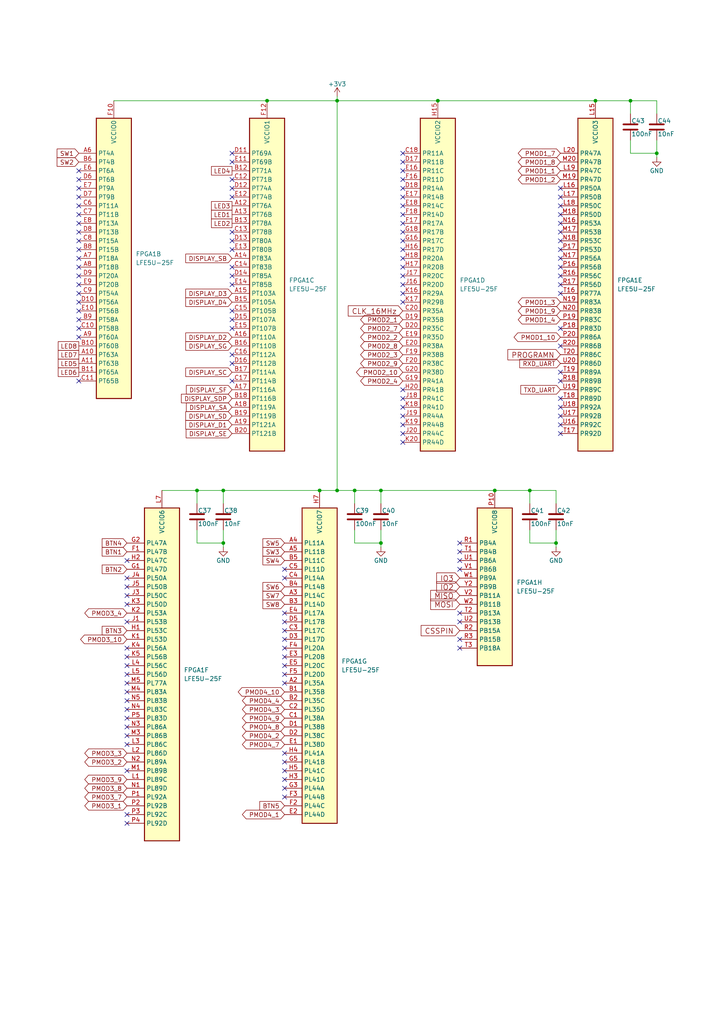
<source format=kicad_sch>
(kicad_sch (version 20231120) (generator "eeschema") (generator_version "8.0")
  (paper "A4" portrait)
  (junction (at 97.79 29.21))
  (junction (at 110.49 157.48))
  (junction (at 64.77 157.48))
  (junction (at 143.51 142.24))
  (junction (at 182.88 29.21))
  (junction (at 97.79 142.24))
  (junction (at 64.77 142.24))
  (junction (at 77.47 29.21))
  (junction (at 172.72 29.21))
  (junction (at 57.15 142.24))
  (junction (at 127 29.21))
  (junction (at 190.5 44.45))
  (junction (at 110.49 142.24))
  (junction (at 92.71 142.24))
  (junction (at 161.29 157.48))
  (junction (at 102.87 142.24))
  (junction (at 153.67 142.24))
  (no_connect (at 162.56 80.01))
  (no_connect (at 116.84 67.31))
  (no_connect (at 162.56 107.95))
  (no_connect (at 162.56 120.65))
  (no_connect (at 116.84 49.53))
  (no_connect (at 67.31 46.99))
  (no_connect (at 116.84 80.01))
  (no_connect (at 162.56 67.31))
  (no_connect (at 22.86 97.79))
  (no_connect (at 162.56 57.15))
  (no_connect (at 82.55 187.96))
  (no_connect (at 22.86 90.17))
  (no_connect (at 36.83 180.34))
  (no_connect (at 36.83 215.9))
  (no_connect (at 22.86 77.47))
  (no_connect (at 162.56 100.33))
  (no_connect (at 133.35 180.34))
  (no_connect (at 36.83 205.74))
  (no_connect (at 22.86 52.07))
  (no_connect (at 22.86 82.55))
  (no_connect (at 22.86 57.15))
  (no_connect (at 82.55 231.14))
  (no_connect (at 116.84 74.93))
  (no_connect (at 36.83 213.36))
  (no_connect (at 82.55 198.12))
  (no_connect (at 133.35 177.8))
  (no_connect (at 116.84 113.03))
  (no_connect (at 22.86 54.61))
  (no_connect (at 162.56 72.39))
  (no_connect (at 36.83 238.76))
  (no_connect (at 116.84 69.85))
  (no_connect (at 116.84 125.73))
  (no_connect (at 22.86 92.71))
  (no_connect (at 36.83 175.26))
  (no_connect (at 162.56 115.57))
  (no_connect (at 22.86 72.39))
  (no_connect (at 22.86 95.25))
  (no_connect (at 36.83 193.04))
  (no_connect (at 162.56 59.69))
  (no_connect (at 162.56 95.25))
  (no_connect (at 36.83 162.56))
  (no_connect (at 116.84 64.77))
  (no_connect (at 162.56 110.49))
  (no_connect (at 22.86 67.31))
  (no_connect (at 82.55 165.1))
  (no_connect (at 67.31 102.87))
  (no_connect (at 67.31 95.25))
  (no_connect (at 36.83 187.96))
  (no_connect (at 162.56 74.93))
  (no_connect (at 116.84 87.63))
  (no_connect (at 67.31 105.41))
  (no_connect (at 116.84 52.07))
  (no_connect (at 82.55 220.98))
  (no_connect (at 36.83 167.64))
  (no_connect (at 162.56 77.47))
  (no_connect (at 36.83 200.66))
  (no_connect (at 82.55 195.58))
  (no_connect (at 22.86 69.85))
  (no_connect (at 133.35 187.96))
  (no_connect (at 116.84 123.19))
  (no_connect (at 82.55 223.52))
  (no_connect (at 82.55 218.44))
  (no_connect (at 22.86 85.09))
  (no_connect (at 162.56 64.77))
  (no_connect (at 133.35 185.42))
  (no_connect (at 22.86 80.01))
  (no_connect (at 116.84 46.99))
  (no_connect (at 82.55 180.34))
  (no_connect (at 22.86 110.49))
  (no_connect (at 133.35 162.56))
  (no_connect (at 162.56 85.09))
  (no_connect (at 116.84 82.55))
  (no_connect (at 82.55 228.6))
  (no_connect (at 67.31 110.49))
  (no_connect (at 22.86 87.63))
  (no_connect (at 116.84 54.61))
  (no_connect (at 22.86 64.77))
  (no_connect (at 36.83 208.28))
  (no_connect (at 67.31 67.31))
  (no_connect (at 67.31 72.39))
  (no_connect (at 22.86 59.69))
  (no_connect (at 162.56 82.55))
  (no_connect (at 162.56 62.23))
  (no_connect (at 116.84 115.57))
  (no_connect (at 116.84 118.11))
  (no_connect (at 36.83 198.12))
  (no_connect (at 36.83 236.22))
  (no_connect (at 116.84 128.27))
  (no_connect (at 22.86 62.23))
  (no_connect (at 67.31 92.71))
  (no_connect (at 116.84 120.65))
  (no_connect (at 82.55 177.8))
  (no_connect (at 162.56 123.19))
  (no_connect (at 82.55 185.42))
  (no_connect (at 162.56 125.73))
  (no_connect (at 116.84 85.09))
  (no_connect (at 82.55 190.5))
  (no_connect (at 36.83 170.18))
  (no_connect (at 116.84 72.39))
  (no_connect (at 133.35 157.48))
  (no_connect (at 22.86 74.93))
  (no_connect (at 67.31 52.07))
  (no_connect (at 67.31 57.15))
  (no_connect (at 67.31 54.61))
  (no_connect (at 162.56 54.61))
  (no_connect (at 162.56 118.11))
  (no_connect (at 67.31 80.01))
  (no_connect (at 116.84 44.45))
  (no_connect (at 36.83 223.52))
  (no_connect (at 67.31 90.17))
  (no_connect (at 36.83 195.58))
  (no_connect (at 82.55 182.88))
  (no_connect (at 36.83 190.5))
  (no_connect (at 36.83 203.2))
  (no_connect (at 82.55 226.06))
  (no_connect (at 116.84 57.15))
  (no_connect (at 82.55 167.64))
  (no_connect (at 67.31 77.47))
  (no_connect (at 82.55 193.04))
  (no_connect (at 133.35 165.1))
  (no_connect (at 67.31 44.45))
  (no_connect (at 67.31 69.85))
  (no_connect (at 36.83 172.72))
  (no_connect (at 133.35 160.02))
  (no_connect (at 22.86 49.53))
  (no_connect (at 116.84 62.23))
  (no_connect (at 162.56 69.85))
  (no_connect (at 116.84 59.69))
  (no_connect (at 67.31 82.55))
  (no_connect (at 116.84 77.47))
  (no_connect (at 36.83 210.82))
  (wire (pts (xy 57.15 153.67) (xy 57.15 157.48)))
  (wire (pts (xy 46.99 142.24) (xy 57.15 142.24)))
  (wire (pts (xy 57.15 142.24) (xy 64.77 142.24)))
  (wire (pts (xy 97.79 29.21) (xy 127 29.21)))
  (wire (pts (xy 110.49 157.48) (xy 110.49 158.75)))
  (wire (pts (xy 97.79 29.21) (xy 97.79 142.24)))
  (wire (pts (xy 77.47 29.21) (xy 97.79 29.21)))
  (wire (pts (xy 102.87 142.24) (xy 110.49 142.24)))
  (wire (pts (xy 153.67 153.67) (xy 153.67 157.48)))
  (wire (pts (xy 153.67 157.48) (xy 161.29 157.48)))
  (wire (pts (xy 102.87 153.67) (xy 102.87 157.48)))
  (wire (pts (xy 33.02 29.21) (xy 77.47 29.21)))
  (wire (pts (xy 182.88 40.64) (xy 182.88 44.45)))
  (wire (pts (xy 190.5 29.21) (xy 190.5 33.02)))
  (wire (pts (xy 92.71 142.24) (xy 97.79 142.24)))
  (wire (pts (xy 161.29 157.48) (xy 161.29 158.75)))
  (wire (pts (xy 110.49 142.24) (xy 110.49 146.05)))
  (wire (pts (xy 153.67 142.24) (xy 153.67 146.05)))
  (wire (pts (xy 102.87 157.48) (xy 110.49 157.48)))
  (wire (pts (xy 153.67 142.24) (xy 161.29 142.24)))
  (wire (pts (xy 64.77 157.48) (xy 64.77 158.75)))
  (wire (pts (xy 190.5 40.64) (xy 190.5 44.45)))
  (wire (pts (xy 190.5 44.45) (xy 190.5 45.72)))
  (wire (pts (xy 64.77 153.67) (xy 64.77 157.48)))
  (wire (pts (xy 110.49 142.24) (xy 143.51 142.24)))
  (wire (pts (xy 182.88 44.45) (xy 190.5 44.45)))
  (wire (pts (xy 161.29 153.67) (xy 161.29 157.48)))
  (wire (pts (xy 97.79 27.94) (xy 97.79 29.21)))
  (wire (pts (xy 102.87 142.24) (xy 102.87 146.05)))
  (wire (pts (xy 190.5 29.21) (xy 182.88 29.21)))
  (wire (pts (xy 102.87 142.24) (xy 97.79 142.24)))
  (wire (pts (xy 182.88 29.21) (xy 182.88 33.02)))
  (wire (pts (xy 127 29.21) (xy 172.72 29.21)))
  (wire (pts (xy 110.49 153.67) (xy 110.49 157.48)))
  (wire (pts (xy 143.51 142.24) (xy 153.67 142.24)))
  (wire (pts (xy 57.15 157.48) (xy 64.77 157.48)))
  (wire (pts (xy 64.77 142.24) (xy 92.71 142.24)))
  (wire (pts (xy 172.72 29.21) (xy 182.88 29.21)))
  (wire (pts (xy 64.77 142.24) (xy 64.77 146.05)))
  (wire (pts (xy 161.29 142.24) (xy 161.29 146.05)))
  (wire (pts (xy 57.15 142.24) (xy 57.15 146.05)))
  (global_label "SW8" (shape input) (at 82.55 175.26 180) (property "Intersheetrefs" "${INTERSHEET_REFS}" (effects (hide yes))))
  (global_label "LED5" (shape passive) (at 22.86 105.41 180) (property "Intersheetrefs" "${INTERSHEET_REFS}" (effects (hide yes))))
  (global_label "DISPLAY_D2" (shape input) (at 67.31 97.79 180) (property "Intersheetrefs" "${INTERSHEET_REFS}" (effects (hide yes))))
  (global_label "PMOD3_4" (shape bidirectional) (at 36.83 177.8 180) (property "Intersheetrefs" "${INTERSHEET_REFS}" (effects (hide yes))))
  (global_label "DISPLAY_SDP" (shape input) (at 67.31 115.57 180) (property "Intersheetrefs" "${INTERSHEET_REFS}" (effects (hide yes))))
  (global_label "BTN5" (shape input) (at 82.55 233.68 180) (property "Intersheetrefs" "${INTERSHEET_REFS}" (effects (hide yes))))
  (global_label "PMOD2_1" (shape bidirectional) (at 116.84 92.71 180) (property "Intersheetrefs" "${INTERSHEET_REFS}" (effects (hide yes))))
  (global_label "PMOD4_8" (shape bidirectional) (at 82.55 210.82 180) (property "Intersheetrefs" "${INTERSHEET_REFS}" (effects (hide yes))))
  (global_label "PMOD3_7" (shape bidirectional) (at 36.83 231.14 180) (property "Intersheetrefs" "${INTERSHEET_REFS}" (effects (hide yes))))
  (global_label "PMOD3_1" (shape bidirectional) (at 36.83 233.68 180) (property "Intersheetrefs" "${INTERSHEET_REFS}" (effects (hide yes))))
  (global_label "PMOD3_9" (shape bidirectional) (at 36.83 226.06 180) (property "Intersheetrefs" "${INTERSHEET_REFS}" (effects (hide yes))))
  (global_label "PROGRAMN" (shape input) (at 162.56 102.87 180) (effects (font (size 1.524 1.524))) (property "Intersheetrefs" "${INTERSHEET_REFS}" (effects (hide yes))))
  (global_label "PMOD3_3" (shape bidirectional) (at 36.83 218.44 180) (property "Intersheetrefs" "${INTERSHEET_REFS}" (effects (hide yes))))
  (global_label "IO2" (shape input) (at 133.35 170.18 180) (effects (font (size 1.524 1.524))) (property "Intersheetrefs" "${INTERSHEET_REFS}" (effects (hide yes))))
  (global_label "PMOD2_9" (shape bidirectional) (at 116.84 105.41 180) (property "Intersheetrefs" "${INTERSHEET_REFS}" (effects (hide yes))))
  (global_label "RXD_UART" (shape input) (at 162.56 105.41 180) (property "Intersheetrefs" "${INTERSHEET_REFS}" (effects (hide yes))))
  (global_label "PMOD4_7" (shape bidirectional) (at 82.55 215.9 180) (property "Intersheetrefs" "${INTERSHEET_REFS}" (effects (hide yes))))
  (global_label "PMOD3_10" (shape bidirectional) (at 36.83 185.42 180) (property "Intersheetrefs" "${INTERSHEET_REFS}" (effects (hide yes))))
  (global_label "MISO" (shape input) (at 133.35 172.72 180) (effects (font (size 1.524 1.524))) (property "Intersheetrefs" "${INTERSHEET_REFS}" (effects (hide yes))))
  (global_label "PMOD2_4" (shape bidirectional) (at 116.84 110.49 180) (property "Intersheetrefs" "${INTERSHEET_REFS}" (effects (hide yes))))
  (global_label "BTN2" (shape input) (at 36.83 165.1 180) (property "Intersheetrefs" "${INTERSHEET_REFS}" (effects (hide yes))))
  (global_label "PMOD2_8" (shape bidirectional) (at 116.84 100.33 180) (property "Intersheetrefs" "${INTERSHEET_REFS}" (effects (hide yes))))
  (global_label "CSSPIN" (shape input) (at 133.35 182.88 180) (effects (font (size 1.524 1.524))) (property "Intersheetrefs" "${INTERSHEET_REFS}" (effects (hide yes))))
  (global_label "BTN3" (shape input) (at 36.83 182.88 180) (property "Intersheetrefs" "${INTERSHEET_REFS}" (effects (hide yes))))
  (global_label "LED7" (shape passive) (at 22.86 102.87 180) (property "Intersheetrefs" "${INTERSHEET_REFS}" (effects (hide yes))))
  (global_label "LED4" (shape passive) (at 67.31 49.53 180) (property "Intersheetrefs" "${INTERSHEET_REFS}" (effects (hide yes))))
  (global_label "PMOD2_10" (shape bidirectional) (at 116.84 107.95 180) (property "Intersheetrefs" "${INTERSHEET_REFS}" (effects (hide yes))))
  (global_label "PMOD1_9" (shape bidirectional) (at 162.56 90.17 180) (property "Intersheetrefs" "${INTERSHEET_REFS}" (effects (hide yes))))
  (global_label "PMOD4_9" (shape bidirectional) (at 82.55 208.28 180) (property "Intersheetrefs" "${INTERSHEET_REFS}" (effects (hide yes))))
  (global_label "LED3" (shape passive) (at 67.31 59.69 180) (property "Intersheetrefs" "${INTERSHEET_REFS}" (effects (hide yes))))
  (global_label "TXD_UART" (shape input) (at 162.56 113.03 180) (property "Intersheetrefs" "${INTERSHEET_REFS}" (effects (hide yes))))
  (global_label "PMOD3_2" (shape bidirectional) (at 36.83 220.98 180) (property "Intersheetrefs" "${INTERSHEET_REFS}" (effects (hide yes))))
  (global_label "PMOD4_3" (shape bidirectional) (at 82.55 205.74 180) (property "Intersheetrefs" "${INTERSHEET_REFS}" (effects (hide yes))))
  (global_label "PMOD1_7" (shape bidirectional) (at 162.56 44.45 180) (property "Intersheetrefs" "${INTERSHEET_REFS}" (effects (hide yes))))
  (global_label "DISPLAY_SG" (shape input) (at 67.31 100.33 180) (property "Intersheetrefs" "${INTERSHEET_REFS}" (effects (hide yes))))
  (global_label "PMOD1_4" (shape bidirectional) (at 162.56 92.71 180) (property "Intersheetrefs" "${INTERSHEET_REFS}" (effects (hide yes))))
  (global_label "DISPLAY_SD" (shape input) (at 67.31 120.65 180) (property "Intersheetrefs" "${INTERSHEET_REFS}" (effects (hide yes))))
  (global_label "SW3" (shape input) (at 82.55 160.02 180) (property "Intersheetrefs" "${INTERSHEET_REFS}" (effects (hide yes))))
  (global_label "PMOD1_8" (shape bidirectional) (at 162.56 46.99 180) (property "Intersheetrefs" "${INTERSHEET_REFS}" (effects (hide yes))))
  (global_label "PMOD1_3" (shape bidirectional) (at 162.56 87.63 180) (property "Intersheetrefs" "${INTERSHEET_REFS}" (effects (hide yes))))
  (global_label "LED8" (shape passive) (at 22.86 100.33 180) (property "Intersheetrefs" "${INTERSHEET_REFS}" (effects (hide yes))))
  (global_label "PMOD2_3" (shape bidirectional) (at 116.84 102.87 180) (property "Intersheetrefs" "${INTERSHEET_REFS}" (effects (hide yes))))
  (global_label "IO3" (shape input) (at 133.35 167.64 180) (effects (font (size 1.524 1.524))) (property "Intersheetrefs" "${INTERSHEET_REFS}" (effects (hide yes))))
  (global_label "DISPLAY_SA" (shape input) (at 67.31 118.11 180) (property "Intersheetrefs" "${INTERSHEET_REFS}" (effects (hide yes))))
  (global_label "PMOD4_2" (shape bidirectional) (at 82.55 213.36 180) (property "Intersheetrefs" "${INTERSHEET_REFS}" (effects (hide yes))))
  (global_label "SW7" (shape input) (at 82.55 172.72 180) (property "Intersheetrefs" "${INTERSHEET_REFS}" (effects (hide yes))))
  (global_label "BTN1" (shape input) (at 36.83 160.02 180) (property "Intersheetrefs" "${INTERSHEET_REFS}" (effects (hide yes))))
  (global_label "DISPLAY_SF" (shape input) (at 67.31 113.03 180) (property "Intersheetrefs" "${INTERSHEET_REFS}" (effects (hide yes))))
  (global_label "PMOD1_10" (shape bidirectional) (at 162.56 97.79 180) (property "Intersheetrefs" "${INTERSHEET_REFS}" (effects (hide yes))))
  (global_label "PMOD2_2" (shape bidirectional) (at 116.84 97.79 180) (property "Intersheetrefs" "${INTERSHEET_REFS}" (effects (hide yes))))
  (global_label "LED1" (shape passive) (at 67.31 62.23 180) (property "Intersheetrefs" "${INTERSHEET_REFS}" (effects (hide yes))))
  (global_label "PMOD1_1" (shape bidirectional) (at 162.56 49.53 180) (property "Intersheetrefs" "${INTERSHEET_REFS}" (effects (hide yes))))
  (global_label "DISPLAY_SE" (shape input) (at 67.31 125.73 180) (property "Intersheetrefs" "${INTERSHEET_REFS}" (effects (hide yes))))
  (global_label "PMOD1_2" (shape bidirectional) (at 162.56 52.07 180) (property "Intersheetrefs" "${INTERSHEET_REFS}" (effects (hide yes))))
  (global_label "SW5" (shape input) (at 82.55 157.48 180) (property "Intersheetrefs" "${INTERSHEET_REFS}" (effects (hide yes))))
  (global_label "SW6" (shape input) (at 82.55 170.18 180) (property "Intersheetrefs" "${INTERSHEET_REFS}" (effects (hide yes))))
  (global_label "PMOD4_10" (shape bidirectional) (at 82.55 200.66 180) (property "Intersheetrefs" "${INTERSHEET_REFS}" (effects (hide yes))))
  (global_label "LED6" (shape passive) (at 22.86 107.95 180) (property "Intersheetrefs" "${INTERSHEET_REFS}" (effects (hide yes))))
  (global_label "DISPLAY_SC" (shape input) (at 67.31 107.95 180) (property "Intersheetrefs" "${INTERSHEET_REFS}" (effects (hide yes))))
  (global_label "PMOD2_7" (shape bidirectional) (at 116.84 95.25 180) (property "Intersheetrefs" "${INTERSHEET_REFS}" (effects (hide yes))))
  (global_label "PMOD4_4" (shape bidirectional) (at 82.55 203.2 180) (property "Intersheetrefs" "${INTERSHEET_REFS}" (effects (hide yes))))
  (global_label "DISPLAY_SB" (shape input) (at 67.31 74.93 180) (property "Intersheetrefs" "${INTERSHEET_REFS}" (effects (hide yes))))
  (global_label "DISPLAY_D4" (shape input) (at 67.31 87.63 180) (property "Intersheetrefs" "${INTERSHEET_REFS}" (effects (hide yes))))
  (global_label "CLK_16MHz" (shape input) (at 116.84 90.17 180) (effects (font (size 1.524 1.524))) (property "Intersheetrefs" "${INTERSHEET_REFS}" (effects (hide yes))))
  (global_label "LED2" (shape passive) (at 67.31 64.77 180) (property "Intersheetrefs" "${INTERSHEET_REFS}" (effects (hide yes))))
  (global_label "DISPLAY_D1" (shape input) (at 67.31 123.19 180) (property "Intersheetrefs" "${INTERSHEET_REFS}" (effects (hide yes))))
  (global_label "DISPLAY_D3" (shape input) (at 67.31 85.09 180) (property "Intersheetrefs" "${INTERSHEET_REFS}" (effects (hide yes))))
  (global_label "SW1" (shape input) (at 22.86 44.45 180) (property "Intersheetrefs" "${INTERSHEET_REFS}" (effects (hide yes))))
  (global_label "SW2" (shape input) (at 22.86 46.99 180) (property "Intersheetrefs" "${INTERSHEET_REFS}" (effects (hide yes))))
  (global_label "PMOD4_1" (shape bidirectional) (at 82.55 236.22 180) (property "Intersheetrefs" "${INTERSHEET_REFS}" (effects (hide yes))))
  (global_label "SW4" (shape input) (at 82.55 162.56 180) (property "Intersheetrefs" "${INTERSHEET_REFS}" (effects (hide yes))))
  (global_label "PMOD3_8" (shape bidirectional) (at 36.83 228.6 180) (property "Intersheetrefs" "${INTERSHEET_REFS}" (effects (hide yes))))
  (global_label "BTN4" (shape input) (at 36.83 157.48 180) (property "Intersheetrefs" "${INTERSHEET_REFS}" (effects (hide yes))))
  (global_label "MOSI" (shape input) (at 133.35 175.26 180) (effects (font (size 1.524 1.524))) (property "Intersheetrefs" "${INTERSHEET_REFS}" (effects (hide yes))))
  (symbol (lib_id "Device:C") (at 64.77 149.86 0) (unit 1)
    (property "Reference" "C38" (at 65.024 148.082 0) (effects (justify left)))
    (property "Value" "10nF" (at 65.024 151.892 0) (effects (justify left)))
    (property "Footprint" "Capacitor_SMD:C_0402_1005Metric" (effects (hide yes)))
    (property "JLC" "0402" (effects (hide yes)))
    (property "LCSC" "C15195" (effects (hide yes)))
  )
  (symbol (lib_id "Device:C") (at 182.88 36.83 0) (unit 1)
    (property "Reference" "C43" (at 183.134 35.052 0) (effects (justify left)))
    (property "Value" "100nF" (at 183.134 38.862 0) (effects (justify left)))
    (property "Footprint" "Capacitor_SMD:C_0402_1005Metric" (effects (hide yes)))
    (property "JLC" "0402" (effects (hide yes)))
    (property "LCSC" "C1525" (effects (hide yes)))
  )
  (symbol (lib_id "FPGA_Lattice:LFE5U-85F-8BG381x") (at 77.47 82.55 0) (unit 3)
    (property "Reference" "FPGA1" (at 83.82 81.2799 0) (effects (justify left)))
    (property "Value" "LFE5U-25F" (at 83.82 83.8199 0) (effects (justify left)))
    (property "Footprint" "Package_BGA:Lattice_caBGA-381_17.0x17.0mm_Layout20x20_P0.8mm_Ball0.4mm_Pad0.4mm_NSMD" (effects (hide yes)))
    (property "Datasheet" "https://www.latticesemi.com/view_document?document_id=50461" (effects (hide yes)))
    (property "Description" "ECP5 FPGA, 84K LUTs, 1.2V, BGA-381" (effects (hide yes)))
    (property "JLC" "CABGA-381" (effects (hide yes)))
    (property "LCSC" "C1550939" (effects (hide yes)))
  )
  (symbol (lib_id "FPGA_Lattice:LFE5U-85F-8BG381x") (at 92.71 193.04 0) (unit 7)
    (property "Reference" "FPGA1" (at 99.06 191.7699 0) (effects (justify left)))
    (property "Value" "LFE5U-25F" (at 99.06 194.3099 0) (effects (justify left)))
    (property "Footprint" "Package_BGA:Lattice_caBGA-381_17.0x17.0mm_Layout20x20_P0.8mm_Ball0.4mm_Pad0.4mm_NSMD" (effects (hide yes)))
    (property "Datasheet" "https://www.latticesemi.com/view_document?document_id=50461" (effects (hide yes)))
    (property "Description" "ECP5 FPGA, 84K LUTs, 1.2V, BGA-381" (effects (hide yes)))
    (property "JLC" "CABGA-381" (effects (hide yes)))
    (property "LCSC" "C1550939" (effects (hide yes)))
  )
  (symbol (lib_id "FPGA_Lattice:LFE5U-85F-8BG381x") (at 46.99 195.58 0) (unit 6)
    (property "Reference" "FPGA1" (at 53.34 194.3099 0) (effects (justify left)))
    (property "Value" "LFE5U-25F" (at 53.34 196.8499 0) (effects (justify left)))
    (property "Footprint" "Package_BGA:Lattice_caBGA-381_17.0x17.0mm_Layout20x20_P0.8mm_Ball0.4mm_Pad0.4mm_NSMD" (effects (hide yes)))
    (property "Datasheet" "https://www.latticesemi.com/view_document?document_id=50461" (effects (hide yes)))
    (property "Description" "ECP5 FPGA, 84K LUTs, 1.2V, BGA-381" (effects (hide yes)))
    (property "JLC" "CABGA-381" (effects (hide yes)))
    (property "LCSC" "C1550939" (effects (hide yes)))
  )
  (symbol (lib_id "Device:C") (at 57.15 149.86 0) (unit 1)
    (property "Reference" "C37" (at 57.404 148.082 0) (effects (justify left)))
    (property "Value" "100nF" (at 57.404 151.892 0) (effects (justify left)))
    (property "Footprint" "Capacitor_SMD:C_0402_1005Metric" (effects (hide yes)))
    (property "JLC" "0402" (effects (hide yes)))
    (property "LCSC" "C1525" (effects (hide yes)))
  )
  (symbol (lib_id "FPGA_Lattice:LFE5U-85F-8BG381x") (at 127 82.55 0) (unit 4)
    (property "Reference" "FPGA1" (at 133.35 81.2799 0) (effects (justify left)))
    (property "Value" "LFE5U-25F" (at 133.35 83.8199 0) (effects (justify left)))
    (property "Footprint" "Package_BGA:Lattice_caBGA-381_17.0x17.0mm_Layout20x20_P0.8mm_Ball0.4mm_Pad0.4mm_NSMD" (effects (hide yes)))
    (property "Datasheet" "https://www.latticesemi.com/view_document?document_id=50461" (effects (hide yes)))
    (property "Description" "ECP5 FPGA, 84K LUTs, 1.2V, BGA-381" (effects (hide yes)))
    (property "JLC" "CABGA-381" (effects (hide yes)))
    (property "LCSC" "C1550939" (effects (hide yes)))
  )
  (symbol (lib_id "Device:C") (at 110.49 149.86 0) (unit 1)
    (property "Reference" "C40" (at 110.744 148.082 0) (effects (justify left)))
    (property "Value" "10nF" (at 110.744 151.892 0) (effects (justify left)))
    (property "Footprint" "Capacitor_SMD:C_0402_1005Metric" (effects (hide yes)))
    (property "JLC" "0402" (effects (hide yes)))
    (property "LCSC" "C15195" (effects (hide yes)))
  )
  (symbol (lib_id "power:GND") (at 161.29 158.75 0) (unit 1)
    (property "Reference" "#PWR068" (effects (hide yes)))
    (property "Value" "GND" (at 161.29 162.56 0))
  )
  (symbol (lib_id "power:+3V3") (at 97.79 27.94 0) (unit 1)
    (property "Reference" "#PWR066" (effects (hide yes)))
    (property "Value" "+3V3" (at 97.79 24.384 0))
  )
  (symbol (lib_id "power:GND") (at 110.49 158.75 0) (unit 1)
    (property "Reference" "#PWR067" (effects (hide yes)))
    (property "Value" "GND" (at 110.49 162.56 0))
  )
  (symbol (lib_id "power:GND") (at 64.77 158.75 0) (unit 1)
    (property "Reference" "#PWR065" (effects (hide yes)))
    (property "Value" "GND" (at 64.77 162.56 0))
  )
  (symbol (lib_id "power:GND") (at 190.5 45.72 0) (unit 1)
    (property "Reference" "#PWR069" (effects (hide yes)))
    (property "Value" "GND" (at 190.5 49.53 0))
  )
  (symbol (lib_id "Device:C") (at 153.67 149.86 0) (unit 1)
    (property "Reference" "C41" (at 153.924 148.082 0) (effects (justify left)))
    (property "Value" "100nF" (at 153.924 151.892 0) (effects (justify left)))
    (property "Footprint" "Capacitor_SMD:C_0402_1005Metric" (effects (hide yes)))
    (property "JLC" "0402" (effects (hide yes)))
    (property "LCSC" "C1525" (effects (hide yes)))
  )
  (symbol (lib_id "Device:C") (at 161.29 149.86 0) (unit 1)
    (property "Reference" "C42" (at 161.544 148.082 0) (effects (justify left)))
    (property "Value" "10nF" (at 161.544 151.892 0) (effects (justify left)))
    (property "Footprint" "Capacitor_SMD:C_0402_1005Metric" (effects (hide yes)))
    (property "JLC" "0402" (effects (hide yes)))
    (property "LCSC" "C15195" (effects (hide yes)))
  )
  (symbol (lib_id "Device:C") (at 102.87 149.86 0) (unit 1)
    (property "Reference" "C39" (at 103.124 148.082 0) (effects (justify left)))
    (property "Value" "100nF" (at 103.124 151.892 0) (effects (justify left)))
    (property "Footprint" "Capacitor_SMD:C_0402_1005Metric" (effects (hide yes)))
    (property "JLC" "0402" (effects (hide yes)))
    (property "LCSC" "C1525" (effects (hide yes)))
  )
  (symbol (lib_id "FPGA_Lattice:LFE5U-85F-8BG381x") (at 33.02 74.93 0) (unit 2)
    (property "Reference" "FPGA1" (at 39.37 73.6599 0) (effects (justify left)))
    (property "Value" "LFE5U-25F" (at 39.37 76.1999 0) (effects (justify left)))
    (property "Footprint" "Package_BGA:Lattice_caBGA-381_17.0x17.0mm_Layout20x20_P0.8mm_Ball0.4mm_Pad0.4mm_NSMD" (effects (hide yes)))
    (property "Datasheet" "https://www.latticesemi.com/view_document?document_id=50461" (effects (hide yes)))
    (property "Description" "ECP5 FPGA, 84K LUTs, 1.2V, BGA-381" (effects (hide yes)))
    (property "JLC" "CABGA-381" (effects (hide yes)))
    (property "LCSC" "C1550939" (effects (hide yes)))
  )
  (symbol (lib_id "FPGA_Lattice:LFE5U-85F-8BG381x") (at 172.72 82.55 0) (unit 5)
    (property "Reference" "FPGA1" (at 179.07 81.2799 0) (effects (justify left)))
    (property "Value" "LFE5U-25F" (at 179.07 83.8199 0) (effects (justify left)))
    (property "Footprint" "Package_BGA:Lattice_caBGA-381_17.0x17.0mm_Layout20x20_P0.8mm_Ball0.4mm_Pad0.4mm_NSMD" (effects (hide yes)))
    (property "Datasheet" "https://www.latticesemi.com/view_document?document_id=50461" (effects (hide yes)))
    (property "Description" "ECP5 FPGA, 84K LUTs, 1.2V, BGA-381" (effects (hide yes)))
    (property "JLC" "CABGA-381" (effects (hide yes)))
    (property "LCSC" "C1550939" (effects (hide yes)))
  )
  (symbol (lib_id "FPGA_Lattice:LFE5U-85F-8BG381x") (at 143.51 170.18 0) (unit 8)
    (property "Reference" "FPGA1" (at 149.86 168.9099 0) (effects (justify left)))
    (property "Value" "LFE5U-25F" (at 149.86 171.4499 0) (effects (justify left)))
    (property "Footprint" "Package_BGA:Lattice_caBGA-381_17.0x17.0mm_Layout20x20_P0.8mm_Ball0.4mm_Pad0.4mm_NSMD" (effects (hide yes)))
    (property "Datasheet" "https://www.latticesemi.com/view_document?document_id=50461" (effects (hide yes)))
    (property "Description" "ECP5 FPGA, 84K LUTs, 1.2V, BGA-381" (effects (hide yes)))
    (property "JLC" "CABGA-381" (effects (hide yes)))
    (property "LCSC" "C1550939" (effects (hide yes)))
  )
  (symbol (lib_id "Device:C") (at 190.5 36.83 0) (unit 1)
    (property "Reference" "C44" (at 190.754 35.052 0) (effects (justify left)))
    (property "Value" "10nF" (at 190.754 38.862 0) (effects (justify left)))
    (property "Footprint" "Capacitor_SMD:C_0402_1005Metric" (effects (hide yes)))
    (property "JLC" "0402" (effects (hide yes)))
    (property "LCSC" "C15195" (effects (hide yes)))
  )
)
</source>
